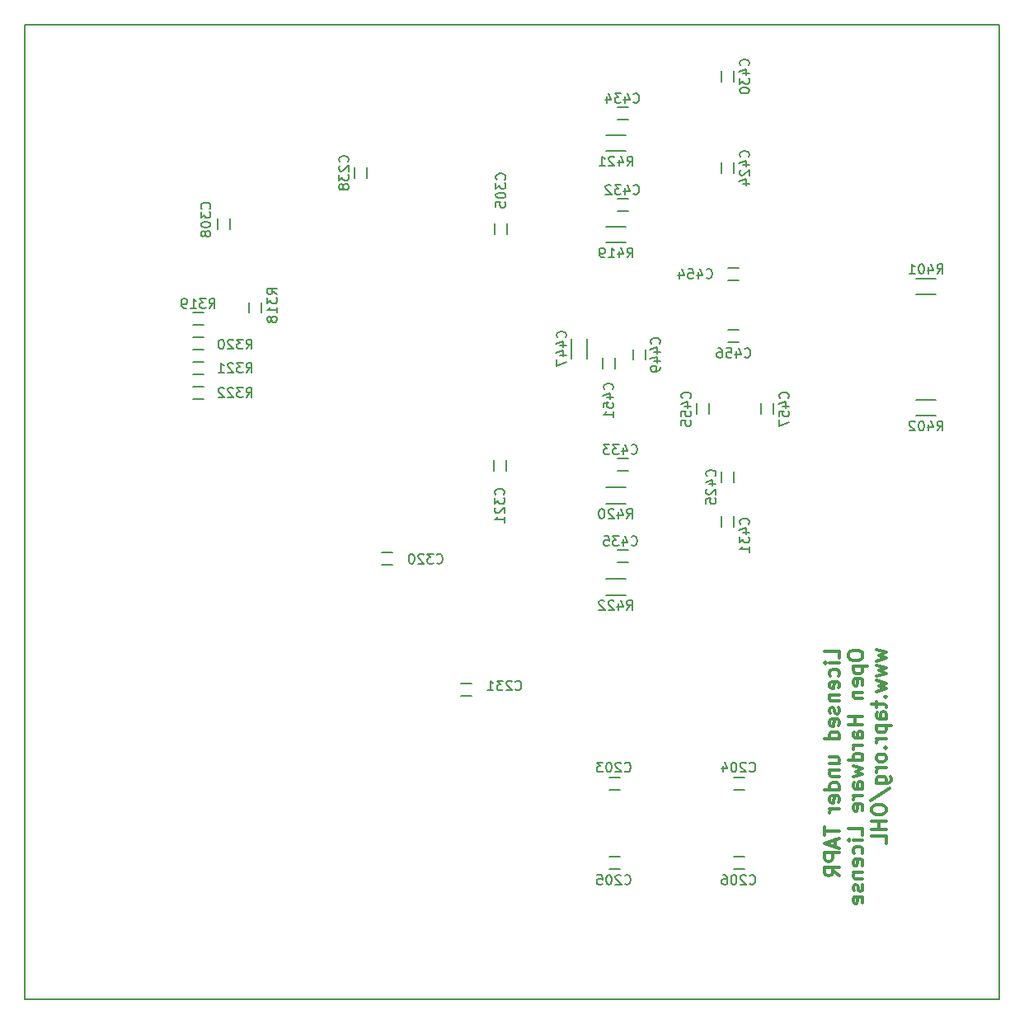
<source format=gbo>
G04 #@! TF.FileFunction,Legend,Bot*
%FSLAX46Y46*%
G04 Gerber Fmt 4.6, Leading zero omitted, Abs format (unit mm)*
G04 Created by KiCad (PCBNEW 4.0.2-stable) date 01/07/2016 11:06:50*
%MOMM*%
G01*
G04 APERTURE LIST*
%ADD10C,0.100000*%
%ADD11C,0.150000*%
%ADD12C,0.300000*%
G04 APERTURE END LIST*
D10*
D11*
X100000000Y0D02*
X100000000Y100000000D01*
D12*
X83622571Y34996571D02*
X83622571Y35710857D01*
X82122571Y35710857D01*
X83622571Y34496571D02*
X82622571Y34496571D01*
X82122571Y34496571D02*
X82194000Y34568000D01*
X82265429Y34496571D01*
X82194000Y34425143D01*
X82122571Y34496571D01*
X82265429Y34496571D01*
X83551143Y33139428D02*
X83622571Y33282285D01*
X83622571Y33567999D01*
X83551143Y33710857D01*
X83479714Y33782285D01*
X83336857Y33853714D01*
X82908286Y33853714D01*
X82765429Y33782285D01*
X82694000Y33710857D01*
X82622571Y33567999D01*
X82622571Y33282285D01*
X82694000Y33139428D01*
X83551143Y31925143D02*
X83622571Y32068000D01*
X83622571Y32353714D01*
X83551143Y32496571D01*
X83408286Y32568000D01*
X82836857Y32568000D01*
X82694000Y32496571D01*
X82622571Y32353714D01*
X82622571Y32068000D01*
X82694000Y31925143D01*
X82836857Y31853714D01*
X82979714Y31853714D01*
X83122571Y32568000D01*
X82622571Y31210857D02*
X83622571Y31210857D01*
X82765429Y31210857D02*
X82694000Y31139429D01*
X82622571Y30996571D01*
X82622571Y30782286D01*
X82694000Y30639429D01*
X82836857Y30568000D01*
X83622571Y30568000D01*
X83551143Y29925143D02*
X83622571Y29782286D01*
X83622571Y29496571D01*
X83551143Y29353714D01*
X83408286Y29282286D01*
X83336857Y29282286D01*
X83194000Y29353714D01*
X83122571Y29496571D01*
X83122571Y29710857D01*
X83051143Y29853714D01*
X82908286Y29925143D01*
X82836857Y29925143D01*
X82694000Y29853714D01*
X82622571Y29710857D01*
X82622571Y29496571D01*
X82694000Y29353714D01*
X83551143Y28068000D02*
X83622571Y28210857D01*
X83622571Y28496571D01*
X83551143Y28639428D01*
X83408286Y28710857D01*
X82836857Y28710857D01*
X82694000Y28639428D01*
X82622571Y28496571D01*
X82622571Y28210857D01*
X82694000Y28068000D01*
X82836857Y27996571D01*
X82979714Y27996571D01*
X83122571Y28710857D01*
X83622571Y26710857D02*
X82122571Y26710857D01*
X83551143Y26710857D02*
X83622571Y26853714D01*
X83622571Y27139428D01*
X83551143Y27282286D01*
X83479714Y27353714D01*
X83336857Y27425143D01*
X82908286Y27425143D01*
X82765429Y27353714D01*
X82694000Y27282286D01*
X82622571Y27139428D01*
X82622571Y26853714D01*
X82694000Y26710857D01*
X82622571Y24210857D02*
X83622571Y24210857D01*
X82622571Y24853714D02*
X83408286Y24853714D01*
X83551143Y24782286D01*
X83622571Y24639428D01*
X83622571Y24425143D01*
X83551143Y24282286D01*
X83479714Y24210857D01*
X82622571Y23496571D02*
X83622571Y23496571D01*
X82765429Y23496571D02*
X82694000Y23425143D01*
X82622571Y23282285D01*
X82622571Y23068000D01*
X82694000Y22925143D01*
X82836857Y22853714D01*
X83622571Y22853714D01*
X83622571Y21496571D02*
X82122571Y21496571D01*
X83551143Y21496571D02*
X83622571Y21639428D01*
X83622571Y21925142D01*
X83551143Y22068000D01*
X83479714Y22139428D01*
X83336857Y22210857D01*
X82908286Y22210857D01*
X82765429Y22139428D01*
X82694000Y22068000D01*
X82622571Y21925142D01*
X82622571Y21639428D01*
X82694000Y21496571D01*
X83551143Y20210857D02*
X83622571Y20353714D01*
X83622571Y20639428D01*
X83551143Y20782285D01*
X83408286Y20853714D01*
X82836857Y20853714D01*
X82694000Y20782285D01*
X82622571Y20639428D01*
X82622571Y20353714D01*
X82694000Y20210857D01*
X82836857Y20139428D01*
X82979714Y20139428D01*
X83122571Y20853714D01*
X83622571Y19496571D02*
X82622571Y19496571D01*
X82908286Y19496571D02*
X82765429Y19425143D01*
X82694000Y19353714D01*
X82622571Y19210857D01*
X82622571Y19068000D01*
X82122571Y17639429D02*
X82122571Y16782286D01*
X83622571Y17210857D02*
X82122571Y17210857D01*
X83194000Y16353715D02*
X83194000Y15639429D01*
X83622571Y16496572D02*
X82122571Y15996572D01*
X83622571Y15496572D01*
X83622571Y14996572D02*
X82122571Y14996572D01*
X82122571Y14425144D01*
X82194000Y14282286D01*
X82265429Y14210858D01*
X82408286Y14139429D01*
X82622571Y14139429D01*
X82765429Y14210858D01*
X82836857Y14282286D01*
X82908286Y14425144D01*
X82908286Y14996572D01*
X83622571Y12639429D02*
X82908286Y13139429D01*
X83622571Y13496572D02*
X82122571Y13496572D01*
X82122571Y12925144D01*
X82194000Y12782286D01*
X82265429Y12710858D01*
X82408286Y12639429D01*
X82622571Y12639429D01*
X82765429Y12710858D01*
X82836857Y12782286D01*
X82908286Y12925144D01*
X82908286Y13496572D01*
X84522571Y35425143D02*
X84522571Y35139429D01*
X84594000Y34996571D01*
X84736857Y34853714D01*
X85022571Y34782286D01*
X85522571Y34782286D01*
X85808286Y34853714D01*
X85951143Y34996571D01*
X86022571Y35139429D01*
X86022571Y35425143D01*
X85951143Y35568000D01*
X85808286Y35710857D01*
X85522571Y35782286D01*
X85022571Y35782286D01*
X84736857Y35710857D01*
X84594000Y35568000D01*
X84522571Y35425143D01*
X85022571Y34139428D02*
X86522571Y34139428D01*
X85094000Y34139428D02*
X85022571Y33996571D01*
X85022571Y33710857D01*
X85094000Y33568000D01*
X85165429Y33496571D01*
X85308286Y33425142D01*
X85736857Y33425142D01*
X85879714Y33496571D01*
X85951143Y33568000D01*
X86022571Y33710857D01*
X86022571Y33996571D01*
X85951143Y34139428D01*
X85951143Y32210857D02*
X86022571Y32353714D01*
X86022571Y32639428D01*
X85951143Y32782285D01*
X85808286Y32853714D01*
X85236857Y32853714D01*
X85094000Y32782285D01*
X85022571Y32639428D01*
X85022571Y32353714D01*
X85094000Y32210857D01*
X85236857Y32139428D01*
X85379714Y32139428D01*
X85522571Y32853714D01*
X85022571Y31496571D02*
X86022571Y31496571D01*
X85165429Y31496571D02*
X85094000Y31425143D01*
X85022571Y31282285D01*
X85022571Y31068000D01*
X85094000Y30925143D01*
X85236857Y30853714D01*
X86022571Y30853714D01*
X86022571Y28996571D02*
X84522571Y28996571D01*
X85236857Y28996571D02*
X85236857Y28139428D01*
X86022571Y28139428D02*
X84522571Y28139428D01*
X86022571Y26782285D02*
X85236857Y26782285D01*
X85094000Y26853714D01*
X85022571Y26996571D01*
X85022571Y27282285D01*
X85094000Y27425142D01*
X85951143Y26782285D02*
X86022571Y26925142D01*
X86022571Y27282285D01*
X85951143Y27425142D01*
X85808286Y27496571D01*
X85665429Y27496571D01*
X85522571Y27425142D01*
X85451143Y27282285D01*
X85451143Y26925142D01*
X85379714Y26782285D01*
X86022571Y26067999D02*
X85022571Y26067999D01*
X85308286Y26067999D02*
X85165429Y25996571D01*
X85094000Y25925142D01*
X85022571Y25782285D01*
X85022571Y25639428D01*
X86022571Y24496571D02*
X84522571Y24496571D01*
X85951143Y24496571D02*
X86022571Y24639428D01*
X86022571Y24925142D01*
X85951143Y25068000D01*
X85879714Y25139428D01*
X85736857Y25210857D01*
X85308286Y25210857D01*
X85165429Y25139428D01*
X85094000Y25068000D01*
X85022571Y24925142D01*
X85022571Y24639428D01*
X85094000Y24496571D01*
X85022571Y23925142D02*
X86022571Y23639428D01*
X85308286Y23353714D01*
X86022571Y23067999D01*
X85022571Y22782285D01*
X86022571Y21567999D02*
X85236857Y21567999D01*
X85094000Y21639428D01*
X85022571Y21782285D01*
X85022571Y22067999D01*
X85094000Y22210856D01*
X85951143Y21567999D02*
X86022571Y21710856D01*
X86022571Y22067999D01*
X85951143Y22210856D01*
X85808286Y22282285D01*
X85665429Y22282285D01*
X85522571Y22210856D01*
X85451143Y22067999D01*
X85451143Y21710856D01*
X85379714Y21567999D01*
X86022571Y20853713D02*
X85022571Y20853713D01*
X85308286Y20853713D02*
X85165429Y20782285D01*
X85094000Y20710856D01*
X85022571Y20567999D01*
X85022571Y20425142D01*
X85951143Y19353714D02*
X86022571Y19496571D01*
X86022571Y19782285D01*
X85951143Y19925142D01*
X85808286Y19996571D01*
X85236857Y19996571D01*
X85094000Y19925142D01*
X85022571Y19782285D01*
X85022571Y19496571D01*
X85094000Y19353714D01*
X85236857Y19282285D01*
X85379714Y19282285D01*
X85522571Y19996571D01*
X86022571Y16782285D02*
X86022571Y17496571D01*
X84522571Y17496571D01*
X86022571Y16282285D02*
X85022571Y16282285D01*
X84522571Y16282285D02*
X84594000Y16353714D01*
X84665429Y16282285D01*
X84594000Y16210857D01*
X84522571Y16282285D01*
X84665429Y16282285D01*
X85951143Y14925142D02*
X86022571Y15067999D01*
X86022571Y15353713D01*
X85951143Y15496571D01*
X85879714Y15567999D01*
X85736857Y15639428D01*
X85308286Y15639428D01*
X85165429Y15567999D01*
X85094000Y15496571D01*
X85022571Y15353713D01*
X85022571Y15067999D01*
X85094000Y14925142D01*
X85951143Y13710857D02*
X86022571Y13853714D01*
X86022571Y14139428D01*
X85951143Y14282285D01*
X85808286Y14353714D01*
X85236857Y14353714D01*
X85094000Y14282285D01*
X85022571Y14139428D01*
X85022571Y13853714D01*
X85094000Y13710857D01*
X85236857Y13639428D01*
X85379714Y13639428D01*
X85522571Y14353714D01*
X85022571Y12996571D02*
X86022571Y12996571D01*
X85165429Y12996571D02*
X85094000Y12925143D01*
X85022571Y12782285D01*
X85022571Y12568000D01*
X85094000Y12425143D01*
X85236857Y12353714D01*
X86022571Y12353714D01*
X85951143Y11710857D02*
X86022571Y11568000D01*
X86022571Y11282285D01*
X85951143Y11139428D01*
X85808286Y11068000D01*
X85736857Y11068000D01*
X85594000Y11139428D01*
X85522571Y11282285D01*
X85522571Y11496571D01*
X85451143Y11639428D01*
X85308286Y11710857D01*
X85236857Y11710857D01*
X85094000Y11639428D01*
X85022571Y11496571D01*
X85022571Y11282285D01*
X85094000Y11139428D01*
X85951143Y9853714D02*
X86022571Y9996571D01*
X86022571Y10282285D01*
X85951143Y10425142D01*
X85808286Y10496571D01*
X85236857Y10496571D01*
X85094000Y10425142D01*
X85022571Y10282285D01*
X85022571Y9996571D01*
X85094000Y9853714D01*
X85236857Y9782285D01*
X85379714Y9782285D01*
X85522571Y10496571D01*
X87422571Y35853714D02*
X88422571Y35568000D01*
X87708286Y35282286D01*
X88422571Y34996571D01*
X87422571Y34710857D01*
X87422571Y34282285D02*
X88422571Y33996571D01*
X87708286Y33710857D01*
X88422571Y33425142D01*
X87422571Y33139428D01*
X87422571Y32710856D02*
X88422571Y32425142D01*
X87708286Y32139428D01*
X88422571Y31853713D01*
X87422571Y31567999D01*
X88279714Y30996570D02*
X88351143Y30925142D01*
X88422571Y30996570D01*
X88351143Y31067999D01*
X88279714Y30996570D01*
X88422571Y30996570D01*
X87422571Y30496570D02*
X87422571Y29925141D01*
X86922571Y30282284D02*
X88208286Y30282284D01*
X88351143Y30210856D01*
X88422571Y30067998D01*
X88422571Y29925141D01*
X88422571Y28782284D02*
X87636857Y28782284D01*
X87494000Y28853713D01*
X87422571Y28996570D01*
X87422571Y29282284D01*
X87494000Y29425141D01*
X88351143Y28782284D02*
X88422571Y28925141D01*
X88422571Y29282284D01*
X88351143Y29425141D01*
X88208286Y29496570D01*
X88065429Y29496570D01*
X87922571Y29425141D01*
X87851143Y29282284D01*
X87851143Y28925141D01*
X87779714Y28782284D01*
X87422571Y28067998D02*
X88922571Y28067998D01*
X87494000Y28067998D02*
X87422571Y27925141D01*
X87422571Y27639427D01*
X87494000Y27496570D01*
X87565429Y27425141D01*
X87708286Y27353712D01*
X88136857Y27353712D01*
X88279714Y27425141D01*
X88351143Y27496570D01*
X88422571Y27639427D01*
X88422571Y27925141D01*
X88351143Y28067998D01*
X88422571Y26710855D02*
X87422571Y26710855D01*
X87708286Y26710855D02*
X87565429Y26639427D01*
X87494000Y26567998D01*
X87422571Y26425141D01*
X87422571Y26282284D01*
X88279714Y25782284D02*
X88351143Y25710856D01*
X88422571Y25782284D01*
X88351143Y25853713D01*
X88279714Y25782284D01*
X88422571Y25782284D01*
X88422571Y24853712D02*
X88351143Y24996570D01*
X88279714Y25067998D01*
X88136857Y25139427D01*
X87708286Y25139427D01*
X87565429Y25067998D01*
X87494000Y24996570D01*
X87422571Y24853712D01*
X87422571Y24639427D01*
X87494000Y24496570D01*
X87565429Y24425141D01*
X87708286Y24353712D01*
X88136857Y24353712D01*
X88279714Y24425141D01*
X88351143Y24496570D01*
X88422571Y24639427D01*
X88422571Y24853712D01*
X88422571Y23710855D02*
X87422571Y23710855D01*
X87708286Y23710855D02*
X87565429Y23639427D01*
X87494000Y23567998D01*
X87422571Y23425141D01*
X87422571Y23282284D01*
X87422571Y22139427D02*
X88636857Y22139427D01*
X88779714Y22210856D01*
X88851143Y22282284D01*
X88922571Y22425141D01*
X88922571Y22639427D01*
X88851143Y22782284D01*
X88351143Y22139427D02*
X88422571Y22282284D01*
X88422571Y22567998D01*
X88351143Y22710856D01*
X88279714Y22782284D01*
X88136857Y22853713D01*
X87708286Y22853713D01*
X87565429Y22782284D01*
X87494000Y22710856D01*
X87422571Y22567998D01*
X87422571Y22282284D01*
X87494000Y22139427D01*
X86851143Y20353713D02*
X88779714Y21639427D01*
X86922571Y19567998D02*
X86922571Y19282284D01*
X86994000Y19139426D01*
X87136857Y18996569D01*
X87422571Y18925141D01*
X87922571Y18925141D01*
X88208286Y18996569D01*
X88351143Y19139426D01*
X88422571Y19282284D01*
X88422571Y19567998D01*
X88351143Y19710855D01*
X88208286Y19853712D01*
X87922571Y19925141D01*
X87422571Y19925141D01*
X87136857Y19853712D01*
X86994000Y19710855D01*
X86922571Y19567998D01*
X88422571Y18282283D02*
X86922571Y18282283D01*
X87636857Y18282283D02*
X87636857Y17425140D01*
X88422571Y17425140D02*
X86922571Y17425140D01*
X88422571Y15996568D02*
X88422571Y16710854D01*
X86922571Y16710854D01*
D11*
X100000000Y0D02*
X0Y0D01*
X0Y100000000D02*
X100000000Y100000000D01*
X0Y0D02*
X0Y100000000D01*
X60536000Y22733000D02*
X60002600Y22733000D01*
X60536000Y22733000D02*
X61069400Y22733000D01*
X60536000Y21463000D02*
X60002600Y21463000D01*
X60536000Y21463000D02*
X61069400Y21463000D01*
X73322000Y22733000D02*
X72788600Y22733000D01*
X73322000Y22733000D02*
X73855400Y22733000D01*
X73322000Y21463000D02*
X72788600Y21463000D01*
X73322000Y21463000D02*
X73855400Y21463000D01*
X60536000Y14605000D02*
X60002600Y14605000D01*
X60536000Y14605000D02*
X61069400Y14605000D01*
X60536000Y13335000D02*
X60002600Y13335000D01*
X60536000Y13335000D02*
X61069400Y13335000D01*
X73322000Y14605000D02*
X72788600Y14605000D01*
X73322000Y14605000D02*
X73855400Y14605000D01*
X73322000Y13335000D02*
X72788600Y13335000D01*
X73322000Y13335000D02*
X73855400Y13335000D01*
X45296000Y32385000D02*
X44762600Y32385000D01*
X45296000Y32385000D02*
X45829400Y32385000D01*
X45296000Y31115000D02*
X44762600Y31115000D01*
X45296000Y31115000D02*
X45829400Y31115000D01*
X19812000Y79586000D02*
X19812000Y79052600D01*
X19812000Y79586000D02*
X19812000Y80119400D01*
X21082000Y79586000D02*
X21082000Y79052600D01*
X21082000Y79586000D02*
X21082000Y80119400D01*
X37168000Y45847000D02*
X36634600Y45847000D01*
X37168000Y45847000D02*
X37701400Y45847000D01*
X37168000Y44577000D02*
X36634600Y44577000D01*
X37168000Y44577000D02*
X37701400Y44577000D01*
X48260000Y79078000D02*
X48260000Y78544600D01*
X48260000Y79078000D02*
X48260000Y79611400D01*
X49530000Y79078000D02*
X49530000Y78544600D01*
X49530000Y79078000D02*
X49530000Y79611400D01*
X49403000Y54780000D02*
X49403000Y55313400D01*
X49403000Y54780000D02*
X49403000Y54246600D01*
X48133000Y54780000D02*
X48133000Y55313400D01*
X48133000Y54780000D02*
X48133000Y54246600D01*
X17779000Y69214500D02*
X18312400Y69214500D01*
X17779000Y69214500D02*
X17245600Y69214500D01*
X17779000Y70484500D02*
X18312400Y70484500D01*
X17779000Y70484500D02*
X17245600Y70484500D01*
X17780000Y66675000D02*
X18313400Y66675000D01*
X17780000Y66675000D02*
X17246600Y66675000D01*
X17780000Y67945000D02*
X18313400Y67945000D01*
X17780000Y67945000D02*
X17246600Y67945000D01*
X17780000Y64135000D02*
X18313400Y64135000D01*
X17780000Y64135000D02*
X17246600Y64135000D01*
X17780000Y65405000D02*
X18313400Y65405000D01*
X17780000Y65405000D02*
X17246600Y65405000D01*
X17780000Y61595000D02*
X18313400Y61595000D01*
X17780000Y61595000D02*
X17246600Y61595000D01*
X17780000Y62865000D02*
X18313400Y62865000D01*
X17780000Y62865000D02*
X17246600Y62865000D01*
X35061160Y84860900D02*
X35061160Y85394300D01*
X35061160Y84860900D02*
X35061160Y84327500D01*
X33791160Y84860900D02*
X33791160Y85394300D01*
X33791160Y84860900D02*
X33791160Y84327500D01*
X22986000Y70992500D02*
X22986000Y70459100D01*
X22986000Y70992500D02*
X22986000Y71525900D01*
X24256000Y70992500D02*
X24256000Y70459100D01*
X24256000Y70992500D02*
X24256000Y71525900D01*
X71501000Y85344000D02*
X71501000Y84810600D01*
X71501000Y85344000D02*
X71501000Y85877400D01*
X72771000Y85344000D02*
X72771000Y84810600D01*
X72771000Y85344000D02*
X72771000Y85877400D01*
X72771000Y53594000D02*
X72771000Y54127400D01*
X72771000Y53594000D02*
X72771000Y53060600D01*
X71501000Y53594000D02*
X71501000Y54127400D01*
X71501000Y53594000D02*
X71501000Y53060600D01*
X71501000Y94742000D02*
X71501000Y94208600D01*
X71501000Y94742000D02*
X71501000Y95275400D01*
X72771000Y94742000D02*
X72771000Y94208600D01*
X72771000Y94742000D02*
X72771000Y95275400D01*
X71501000Y49022000D02*
X71501000Y48488600D01*
X71501000Y49022000D02*
X71501000Y49555400D01*
X72771000Y49022000D02*
X72771000Y48488600D01*
X72771000Y49022000D02*
X72771000Y49555400D01*
X61384000Y80899000D02*
X61917400Y80899000D01*
X61384000Y80899000D02*
X60850600Y80899000D01*
X61384000Y82169000D02*
X61917400Y82169000D01*
X61384000Y82169000D02*
X60850600Y82169000D01*
X61384000Y54229000D02*
X61917400Y54229000D01*
X61384000Y54229000D02*
X60850600Y54229000D01*
X61384000Y55499000D02*
X61917400Y55499000D01*
X61384000Y55499000D02*
X60850600Y55499000D01*
X61384000Y90297000D02*
X61917400Y90297000D01*
X61384000Y90297000D02*
X60850600Y90297000D01*
X61384000Y91567000D02*
X61917400Y91567000D01*
X61384000Y91567000D02*
X60850600Y91567000D01*
X61384000Y44831000D02*
X61917400Y44831000D01*
X61384000Y44831000D02*
X60850600Y44831000D01*
X61384000Y46101000D02*
X61917400Y46101000D01*
X61384000Y46101000D02*
X60850600Y46101000D01*
X56083200Y66802000D02*
X56083200Y65786000D01*
X56083200Y66802000D02*
X56083200Y67818000D01*
X57708800Y66802000D02*
X57708800Y67818000D01*
X57708800Y66802000D02*
X57708800Y65786000D01*
X62484000Y66167000D02*
X62484000Y65633600D01*
X62484000Y66167000D02*
X62484000Y66700400D01*
X63754000Y66167000D02*
X63754000Y65633600D01*
X63754000Y66167000D02*
X63754000Y66700400D01*
X59309000Y65278000D02*
X59309000Y64744600D01*
X59309000Y65278000D02*
X59309000Y65811400D01*
X60579000Y65278000D02*
X60579000Y64744600D01*
X60579000Y65278000D02*
X60579000Y65811400D01*
X72728000Y75057000D02*
X72194600Y75057000D01*
X72728000Y75057000D02*
X73261400Y75057000D01*
X72728000Y73787000D02*
X72194600Y73787000D01*
X72728000Y73787000D02*
X73261400Y73787000D01*
X70231000Y60622000D02*
X70231000Y61155400D01*
X70231000Y60622000D02*
X70231000Y60088600D01*
X68961000Y60622000D02*
X68961000Y61155400D01*
X68961000Y60622000D02*
X68961000Y60088600D01*
X72728000Y68707000D02*
X72194600Y68707000D01*
X72728000Y68707000D02*
X73261400Y68707000D01*
X72728000Y67437000D02*
X72194600Y67437000D01*
X72728000Y67437000D02*
X73261400Y67437000D01*
X76835000Y60622000D02*
X76835000Y61155400D01*
X76835000Y60622000D02*
X76835000Y60088600D01*
X75565000Y60622000D02*
X75565000Y61155400D01*
X75565000Y60622000D02*
X75565000Y60088600D01*
X92534000Y72339200D02*
X93550000Y72339200D01*
X92534000Y72339200D02*
X91518000Y72339200D01*
X92534000Y73964800D02*
X91518000Y73964800D01*
X92534000Y73964800D02*
X93550000Y73964800D01*
X92534000Y59893200D02*
X93550000Y59893200D01*
X92534000Y59893200D02*
X91518000Y59893200D01*
X92534000Y61518800D02*
X91518000Y61518800D01*
X92534000Y61518800D02*
X93550000Y61518800D01*
X60706000Y79298800D02*
X59690000Y79298800D01*
X60706000Y79298800D02*
X61722000Y79298800D01*
X60706000Y77673200D02*
X61722000Y77673200D01*
X60706000Y77673200D02*
X59690000Y77673200D01*
X60657000Y52501800D02*
X59641000Y52501800D01*
X60657000Y52501800D02*
X61673000Y52501800D01*
X60657000Y50876200D02*
X61673000Y50876200D01*
X60657000Y50876200D02*
X59641000Y50876200D01*
X60706000Y88696800D02*
X59690000Y88696800D01*
X60706000Y88696800D02*
X61722000Y88696800D01*
X60706000Y87071200D02*
X61722000Y87071200D01*
X60706000Y87071200D02*
X59690000Y87071200D01*
X60657000Y43103800D02*
X59641000Y43103800D01*
X60657000Y43103800D02*
X61673000Y43103800D01*
X60657000Y41478200D02*
X61673000Y41478200D01*
X60657000Y41478200D02*
X59641000Y41478200D01*
X61571047Y23391857D02*
X61618666Y23344238D01*
X61761523Y23296619D01*
X61856761Y23296619D01*
X61999619Y23344238D01*
X62094857Y23439476D01*
X62142476Y23534714D01*
X62190095Y23725190D01*
X62190095Y23868048D01*
X62142476Y24058524D01*
X62094857Y24153762D01*
X61999619Y24249000D01*
X61856761Y24296619D01*
X61761523Y24296619D01*
X61618666Y24249000D01*
X61571047Y24201381D01*
X61190095Y24201381D02*
X61142476Y24249000D01*
X61047238Y24296619D01*
X60809142Y24296619D01*
X60713904Y24249000D01*
X60666285Y24201381D01*
X60618666Y24106143D01*
X60618666Y24010905D01*
X60666285Y23868048D01*
X61237714Y23296619D01*
X60618666Y23296619D01*
X59999619Y24296619D02*
X59904380Y24296619D01*
X59809142Y24249000D01*
X59761523Y24201381D01*
X59713904Y24106143D01*
X59666285Y23915667D01*
X59666285Y23677571D01*
X59713904Y23487095D01*
X59761523Y23391857D01*
X59809142Y23344238D01*
X59904380Y23296619D01*
X59999619Y23296619D01*
X60094857Y23344238D01*
X60142476Y23391857D01*
X60190095Y23487095D01*
X60237714Y23677571D01*
X60237714Y23915667D01*
X60190095Y24106143D01*
X60142476Y24201381D01*
X60094857Y24249000D01*
X59999619Y24296619D01*
X59332952Y24296619D02*
X58713904Y24296619D01*
X59047238Y23915667D01*
X58904380Y23915667D01*
X58809142Y23868048D01*
X58761523Y23820429D01*
X58713904Y23725190D01*
X58713904Y23487095D01*
X58761523Y23391857D01*
X58809142Y23344238D01*
X58904380Y23296619D01*
X59190095Y23296619D01*
X59285333Y23344238D01*
X59332952Y23391857D01*
X74398047Y23391857D02*
X74445666Y23344238D01*
X74588523Y23296619D01*
X74683761Y23296619D01*
X74826619Y23344238D01*
X74921857Y23439476D01*
X74969476Y23534714D01*
X75017095Y23725190D01*
X75017095Y23868048D01*
X74969476Y24058524D01*
X74921857Y24153762D01*
X74826619Y24249000D01*
X74683761Y24296619D01*
X74588523Y24296619D01*
X74445666Y24249000D01*
X74398047Y24201381D01*
X74017095Y24201381D02*
X73969476Y24249000D01*
X73874238Y24296619D01*
X73636142Y24296619D01*
X73540904Y24249000D01*
X73493285Y24201381D01*
X73445666Y24106143D01*
X73445666Y24010905D01*
X73493285Y23868048D01*
X74064714Y23296619D01*
X73445666Y23296619D01*
X72826619Y24296619D02*
X72731380Y24296619D01*
X72636142Y24249000D01*
X72588523Y24201381D01*
X72540904Y24106143D01*
X72493285Y23915667D01*
X72493285Y23677571D01*
X72540904Y23487095D01*
X72588523Y23391857D01*
X72636142Y23344238D01*
X72731380Y23296619D01*
X72826619Y23296619D01*
X72921857Y23344238D01*
X72969476Y23391857D01*
X73017095Y23487095D01*
X73064714Y23677571D01*
X73064714Y23915667D01*
X73017095Y24106143D01*
X72969476Y24201381D01*
X72921857Y24249000D01*
X72826619Y24296619D01*
X71636142Y23963286D02*
X71636142Y23296619D01*
X71874238Y24344238D02*
X72112333Y23629952D01*
X71493285Y23629952D01*
X61571047Y11834857D02*
X61618666Y11787238D01*
X61761523Y11739619D01*
X61856761Y11739619D01*
X61999619Y11787238D01*
X62094857Y11882476D01*
X62142476Y11977714D01*
X62190095Y12168190D01*
X62190095Y12311048D01*
X62142476Y12501524D01*
X62094857Y12596762D01*
X61999619Y12692000D01*
X61856761Y12739619D01*
X61761523Y12739619D01*
X61618666Y12692000D01*
X61571047Y12644381D01*
X61190095Y12644381D02*
X61142476Y12692000D01*
X61047238Y12739619D01*
X60809142Y12739619D01*
X60713904Y12692000D01*
X60666285Y12644381D01*
X60618666Y12549143D01*
X60618666Y12453905D01*
X60666285Y12311048D01*
X61237714Y11739619D01*
X60618666Y11739619D01*
X59999619Y12739619D02*
X59904380Y12739619D01*
X59809142Y12692000D01*
X59761523Y12644381D01*
X59713904Y12549143D01*
X59666285Y12358667D01*
X59666285Y12120571D01*
X59713904Y11930095D01*
X59761523Y11834857D01*
X59809142Y11787238D01*
X59904380Y11739619D01*
X59999619Y11739619D01*
X60094857Y11787238D01*
X60142476Y11834857D01*
X60190095Y11930095D01*
X60237714Y12120571D01*
X60237714Y12358667D01*
X60190095Y12549143D01*
X60142476Y12644381D01*
X60094857Y12692000D01*
X59999619Y12739619D01*
X58761523Y12739619D02*
X59237714Y12739619D01*
X59285333Y12263429D01*
X59237714Y12311048D01*
X59142476Y12358667D01*
X58904380Y12358667D01*
X58809142Y12311048D01*
X58761523Y12263429D01*
X58713904Y12168190D01*
X58713904Y11930095D01*
X58761523Y11834857D01*
X58809142Y11787238D01*
X58904380Y11739619D01*
X59142476Y11739619D01*
X59237714Y11787238D01*
X59285333Y11834857D01*
X74398047Y11834857D02*
X74445666Y11787238D01*
X74588523Y11739619D01*
X74683761Y11739619D01*
X74826619Y11787238D01*
X74921857Y11882476D01*
X74969476Y11977714D01*
X75017095Y12168190D01*
X75017095Y12311048D01*
X74969476Y12501524D01*
X74921857Y12596762D01*
X74826619Y12692000D01*
X74683761Y12739619D01*
X74588523Y12739619D01*
X74445666Y12692000D01*
X74398047Y12644381D01*
X74017095Y12644381D02*
X73969476Y12692000D01*
X73874238Y12739619D01*
X73636142Y12739619D01*
X73540904Y12692000D01*
X73493285Y12644381D01*
X73445666Y12549143D01*
X73445666Y12453905D01*
X73493285Y12311048D01*
X74064714Y11739619D01*
X73445666Y11739619D01*
X72826619Y12739619D02*
X72731380Y12739619D01*
X72636142Y12692000D01*
X72588523Y12644381D01*
X72540904Y12549143D01*
X72493285Y12358667D01*
X72493285Y12120571D01*
X72540904Y11930095D01*
X72588523Y11834857D01*
X72636142Y11787238D01*
X72731380Y11739619D01*
X72826619Y11739619D01*
X72921857Y11787238D01*
X72969476Y11834857D01*
X73017095Y11930095D01*
X73064714Y12120571D01*
X73064714Y12358667D01*
X73017095Y12549143D01*
X72969476Y12644381D01*
X72921857Y12692000D01*
X72826619Y12739619D01*
X71636142Y12739619D02*
X71826619Y12739619D01*
X71921857Y12692000D01*
X71969476Y12644381D01*
X72064714Y12501524D01*
X72112333Y12311048D01*
X72112333Y11930095D01*
X72064714Y11834857D01*
X72017095Y11787238D01*
X71921857Y11739619D01*
X71731380Y11739619D01*
X71636142Y11787238D01*
X71588523Y11834857D01*
X71540904Y11930095D01*
X71540904Y12168190D01*
X71588523Y12263429D01*
X71636142Y12311048D01*
X71731380Y12358667D01*
X71921857Y12358667D01*
X72017095Y12311048D01*
X72064714Y12263429D01*
X72112333Y12168190D01*
X50353047Y31774357D02*
X50400666Y31726738D01*
X50543523Y31679119D01*
X50638761Y31679119D01*
X50781619Y31726738D01*
X50876857Y31821976D01*
X50924476Y31917214D01*
X50972095Y32107690D01*
X50972095Y32250548D01*
X50924476Y32441024D01*
X50876857Y32536262D01*
X50781619Y32631500D01*
X50638761Y32679119D01*
X50543523Y32679119D01*
X50400666Y32631500D01*
X50353047Y32583881D01*
X49972095Y32583881D02*
X49924476Y32631500D01*
X49829238Y32679119D01*
X49591142Y32679119D01*
X49495904Y32631500D01*
X49448285Y32583881D01*
X49400666Y32488643D01*
X49400666Y32393405D01*
X49448285Y32250548D01*
X50019714Y31679119D01*
X49400666Y31679119D01*
X49067333Y32679119D02*
X48448285Y32679119D01*
X48781619Y32298167D01*
X48638761Y32298167D01*
X48543523Y32250548D01*
X48495904Y32202929D01*
X48448285Y32107690D01*
X48448285Y31869595D01*
X48495904Y31774357D01*
X48543523Y31726738D01*
X48638761Y31679119D01*
X48924476Y31679119D01*
X49019714Y31726738D01*
X49067333Y31774357D01*
X47495904Y31679119D02*
X48067333Y31679119D01*
X47781619Y31679119D02*
X47781619Y32679119D01*
X47876857Y32536262D01*
X47972095Y32441024D01*
X48067333Y32393405D01*
X18948943Y81136347D02*
X18996562Y81183966D01*
X19044181Y81326823D01*
X19044181Y81422061D01*
X18996562Y81564919D01*
X18901324Y81660157D01*
X18806086Y81707776D01*
X18615610Y81755395D01*
X18472752Y81755395D01*
X18282276Y81707776D01*
X18187038Y81660157D01*
X18091800Y81564919D01*
X18044181Y81422061D01*
X18044181Y81326823D01*
X18091800Y81183966D01*
X18139419Y81136347D01*
X18044181Y80803014D02*
X18044181Y80183966D01*
X18425133Y80517300D01*
X18425133Y80374442D01*
X18472752Y80279204D01*
X18520371Y80231585D01*
X18615610Y80183966D01*
X18853705Y80183966D01*
X18948943Y80231585D01*
X18996562Y80279204D01*
X19044181Y80374442D01*
X19044181Y80660157D01*
X18996562Y80755395D01*
X18948943Y80803014D01*
X18044181Y79564919D02*
X18044181Y79469680D01*
X18091800Y79374442D01*
X18139419Y79326823D01*
X18234657Y79279204D01*
X18425133Y79231585D01*
X18663229Y79231585D01*
X18853705Y79279204D01*
X18948943Y79326823D01*
X18996562Y79374442D01*
X19044181Y79469680D01*
X19044181Y79564919D01*
X18996562Y79660157D01*
X18948943Y79707776D01*
X18853705Y79755395D01*
X18663229Y79803014D01*
X18425133Y79803014D01*
X18234657Y79755395D01*
X18139419Y79707776D01*
X18091800Y79660157D01*
X18044181Y79564919D01*
X18472752Y78660157D02*
X18425133Y78755395D01*
X18377514Y78803014D01*
X18282276Y78850633D01*
X18234657Y78850633D01*
X18139419Y78803014D01*
X18091800Y78755395D01*
X18044181Y78660157D01*
X18044181Y78469680D01*
X18091800Y78374442D01*
X18139419Y78326823D01*
X18234657Y78279204D01*
X18282276Y78279204D01*
X18377514Y78326823D01*
X18425133Y78374442D01*
X18472752Y78469680D01*
X18472752Y78660157D01*
X18520371Y78755395D01*
X18567990Y78803014D01*
X18663229Y78850633D01*
X18853705Y78850633D01*
X18948943Y78803014D01*
X18996562Y78755395D01*
X19044181Y78660157D01*
X19044181Y78469680D01*
X18996562Y78374442D01*
X18948943Y78326823D01*
X18853705Y78279204D01*
X18663229Y78279204D01*
X18567990Y78326823D01*
X18520371Y78374442D01*
X18472752Y78469680D01*
X42255747Y44783347D02*
X42303366Y44735728D01*
X42446223Y44688109D01*
X42541461Y44688109D01*
X42684319Y44735728D01*
X42779557Y44830966D01*
X42827176Y44926204D01*
X42874795Y45116680D01*
X42874795Y45259538D01*
X42827176Y45450014D01*
X42779557Y45545252D01*
X42684319Y45640490D01*
X42541461Y45688109D01*
X42446223Y45688109D01*
X42303366Y45640490D01*
X42255747Y45592871D01*
X41922414Y45688109D02*
X41303366Y45688109D01*
X41636700Y45307157D01*
X41493842Y45307157D01*
X41398604Y45259538D01*
X41350985Y45211919D01*
X41303366Y45116680D01*
X41303366Y44878585D01*
X41350985Y44783347D01*
X41398604Y44735728D01*
X41493842Y44688109D01*
X41779557Y44688109D01*
X41874795Y44735728D01*
X41922414Y44783347D01*
X40922414Y45592871D02*
X40874795Y45640490D01*
X40779557Y45688109D01*
X40541461Y45688109D01*
X40446223Y45640490D01*
X40398604Y45592871D01*
X40350985Y45497633D01*
X40350985Y45402395D01*
X40398604Y45259538D01*
X40970033Y44688109D01*
X40350985Y44688109D01*
X39731938Y45688109D02*
X39636699Y45688109D01*
X39541461Y45640490D01*
X39493842Y45592871D01*
X39446223Y45497633D01*
X39398604Y45307157D01*
X39398604Y45069061D01*
X39446223Y44878585D01*
X39493842Y44783347D01*
X39541461Y44735728D01*
X39636699Y44688109D01*
X39731938Y44688109D01*
X39827176Y44735728D01*
X39874795Y44783347D01*
X39922414Y44878585D01*
X39970033Y45069061D01*
X39970033Y45307157D01*
X39922414Y45497633D01*
X39874795Y45592871D01*
X39827176Y45640490D01*
X39731938Y45688109D01*
X49252143Y84137047D02*
X49299762Y84184666D01*
X49347381Y84327523D01*
X49347381Y84422761D01*
X49299762Y84565619D01*
X49204524Y84660857D01*
X49109286Y84708476D01*
X48918810Y84756095D01*
X48775952Y84756095D01*
X48585476Y84708476D01*
X48490238Y84660857D01*
X48395000Y84565619D01*
X48347381Y84422761D01*
X48347381Y84327523D01*
X48395000Y84184666D01*
X48442619Y84137047D01*
X48347381Y83803714D02*
X48347381Y83184666D01*
X48728333Y83518000D01*
X48728333Y83375142D01*
X48775952Y83279904D01*
X48823571Y83232285D01*
X48918810Y83184666D01*
X49156905Y83184666D01*
X49252143Y83232285D01*
X49299762Y83279904D01*
X49347381Y83375142D01*
X49347381Y83660857D01*
X49299762Y83756095D01*
X49252143Y83803714D01*
X48347381Y82565619D02*
X48347381Y82470380D01*
X48395000Y82375142D01*
X48442619Y82327523D01*
X48537857Y82279904D01*
X48728333Y82232285D01*
X48966429Y82232285D01*
X49156905Y82279904D01*
X49252143Y82327523D01*
X49299762Y82375142D01*
X49347381Y82470380D01*
X49347381Y82565619D01*
X49299762Y82660857D01*
X49252143Y82708476D01*
X49156905Y82756095D01*
X48966429Y82803714D01*
X48728333Y82803714D01*
X48537857Y82756095D01*
X48442619Y82708476D01*
X48395000Y82660857D01*
X48347381Y82565619D01*
X48347381Y81327523D02*
X48347381Y81803714D01*
X48823571Y81851333D01*
X48775952Y81803714D01*
X48728333Y81708476D01*
X48728333Y81470380D01*
X48775952Y81375142D01*
X48823571Y81327523D01*
X48918810Y81279904D01*
X49156905Y81279904D01*
X49252143Y81327523D01*
X49299762Y81375142D01*
X49347381Y81470380D01*
X49347381Y81708476D01*
X49299762Y81803714D01*
X49252143Y81851333D01*
X49125143Y51792047D02*
X49172762Y51839666D01*
X49220381Y51982523D01*
X49220381Y52077761D01*
X49172762Y52220619D01*
X49077524Y52315857D01*
X48982286Y52363476D01*
X48791810Y52411095D01*
X48648952Y52411095D01*
X48458476Y52363476D01*
X48363238Y52315857D01*
X48268000Y52220619D01*
X48220381Y52077761D01*
X48220381Y51982523D01*
X48268000Y51839666D01*
X48315619Y51792047D01*
X48220381Y51458714D02*
X48220381Y50839666D01*
X48601333Y51173000D01*
X48601333Y51030142D01*
X48648952Y50934904D01*
X48696571Y50887285D01*
X48791810Y50839666D01*
X49029905Y50839666D01*
X49125143Y50887285D01*
X49172762Y50934904D01*
X49220381Y51030142D01*
X49220381Y51315857D01*
X49172762Y51411095D01*
X49125143Y51458714D01*
X48315619Y50458714D02*
X48268000Y50411095D01*
X48220381Y50315857D01*
X48220381Y50077761D01*
X48268000Y49982523D01*
X48315619Y49934904D01*
X48410857Y49887285D01*
X48506095Y49887285D01*
X48648952Y49934904D01*
X49220381Y50506333D01*
X49220381Y49887285D01*
X49220381Y48934904D02*
X49220381Y49506333D01*
X49220381Y49220619D02*
X48220381Y49220619D01*
X48363238Y49315857D01*
X48458476Y49411095D01*
X48506095Y49506333D01*
X18899047Y70921619D02*
X19232381Y71397810D01*
X19470476Y70921619D02*
X19470476Y71921619D01*
X19089523Y71921619D01*
X18994285Y71874000D01*
X18946666Y71826381D01*
X18899047Y71731143D01*
X18899047Y71588286D01*
X18946666Y71493048D01*
X18994285Y71445429D01*
X19089523Y71397810D01*
X19470476Y71397810D01*
X18565714Y71921619D02*
X17946666Y71921619D01*
X18280000Y71540667D01*
X18137142Y71540667D01*
X18041904Y71493048D01*
X17994285Y71445429D01*
X17946666Y71350190D01*
X17946666Y71112095D01*
X17994285Y71016857D01*
X18041904Y70969238D01*
X18137142Y70921619D01*
X18422857Y70921619D01*
X18518095Y70969238D01*
X18565714Y71016857D01*
X16994285Y70921619D02*
X17565714Y70921619D01*
X17280000Y70921619D02*
X17280000Y71921619D01*
X17375238Y71778762D01*
X17470476Y71683524D01*
X17565714Y71635905D01*
X16518095Y70921619D02*
X16327619Y70921619D01*
X16232380Y70969238D01*
X16184761Y71016857D01*
X16089523Y71159714D01*
X16041904Y71350190D01*
X16041904Y71731143D01*
X16089523Y71826381D01*
X16137142Y71874000D01*
X16232380Y71921619D01*
X16422857Y71921619D01*
X16518095Y71874000D01*
X16565714Y71826381D01*
X16613333Y71731143D01*
X16613333Y71493048D01*
X16565714Y71397810D01*
X16518095Y71350190D01*
X16422857Y71302571D01*
X16232380Y71302571D01*
X16137142Y71350190D01*
X16089523Y71397810D01*
X16041904Y71493048D01*
X22708047Y66730119D02*
X23041381Y67206310D01*
X23279476Y66730119D02*
X23279476Y67730119D01*
X22898523Y67730119D01*
X22803285Y67682500D01*
X22755666Y67634881D01*
X22708047Y67539643D01*
X22708047Y67396786D01*
X22755666Y67301548D01*
X22803285Y67253929D01*
X22898523Y67206310D01*
X23279476Y67206310D01*
X22374714Y67730119D02*
X21755666Y67730119D01*
X22089000Y67349167D01*
X21946142Y67349167D01*
X21850904Y67301548D01*
X21803285Y67253929D01*
X21755666Y67158690D01*
X21755666Y66920595D01*
X21803285Y66825357D01*
X21850904Y66777738D01*
X21946142Y66730119D01*
X22231857Y66730119D01*
X22327095Y66777738D01*
X22374714Y66825357D01*
X21374714Y67634881D02*
X21327095Y67682500D01*
X21231857Y67730119D01*
X20993761Y67730119D01*
X20898523Y67682500D01*
X20850904Y67634881D01*
X20803285Y67539643D01*
X20803285Y67444405D01*
X20850904Y67301548D01*
X21422333Y66730119D01*
X20803285Y66730119D01*
X20184238Y67730119D02*
X20088999Y67730119D01*
X19993761Y67682500D01*
X19946142Y67634881D01*
X19898523Y67539643D01*
X19850904Y67349167D01*
X19850904Y67111071D01*
X19898523Y66920595D01*
X19946142Y66825357D01*
X19993761Y66777738D01*
X20088999Y66730119D01*
X20184238Y66730119D01*
X20279476Y66777738D01*
X20327095Y66825357D01*
X20374714Y66920595D01*
X20422333Y67111071D01*
X20422333Y67349167D01*
X20374714Y67539643D01*
X20327095Y67634881D01*
X20279476Y67682500D01*
X20184238Y67730119D01*
X22708047Y64317119D02*
X23041381Y64793310D01*
X23279476Y64317119D02*
X23279476Y65317119D01*
X22898523Y65317119D01*
X22803285Y65269500D01*
X22755666Y65221881D01*
X22708047Y65126643D01*
X22708047Y64983786D01*
X22755666Y64888548D01*
X22803285Y64840929D01*
X22898523Y64793310D01*
X23279476Y64793310D01*
X22374714Y65317119D02*
X21755666Y65317119D01*
X22089000Y64936167D01*
X21946142Y64936167D01*
X21850904Y64888548D01*
X21803285Y64840929D01*
X21755666Y64745690D01*
X21755666Y64507595D01*
X21803285Y64412357D01*
X21850904Y64364738D01*
X21946142Y64317119D01*
X22231857Y64317119D01*
X22327095Y64364738D01*
X22374714Y64412357D01*
X21374714Y65221881D02*
X21327095Y65269500D01*
X21231857Y65317119D01*
X20993761Y65317119D01*
X20898523Y65269500D01*
X20850904Y65221881D01*
X20803285Y65126643D01*
X20803285Y65031405D01*
X20850904Y64888548D01*
X21422333Y64317119D01*
X20803285Y64317119D01*
X19850904Y64317119D02*
X20422333Y64317119D01*
X20136619Y64317119D02*
X20136619Y65317119D01*
X20231857Y65174262D01*
X20327095Y65079024D01*
X20422333Y65031405D01*
X22708047Y61777119D02*
X23041381Y62253310D01*
X23279476Y61777119D02*
X23279476Y62777119D01*
X22898523Y62777119D01*
X22803285Y62729500D01*
X22755666Y62681881D01*
X22708047Y62586643D01*
X22708047Y62443786D01*
X22755666Y62348548D01*
X22803285Y62300929D01*
X22898523Y62253310D01*
X23279476Y62253310D01*
X22374714Y62777119D02*
X21755666Y62777119D01*
X22089000Y62396167D01*
X21946142Y62396167D01*
X21850904Y62348548D01*
X21803285Y62300929D01*
X21755666Y62205690D01*
X21755666Y61967595D01*
X21803285Y61872357D01*
X21850904Y61824738D01*
X21946142Y61777119D01*
X22231857Y61777119D01*
X22327095Y61824738D01*
X22374714Y61872357D01*
X21374714Y62681881D02*
X21327095Y62729500D01*
X21231857Y62777119D01*
X20993761Y62777119D01*
X20898523Y62729500D01*
X20850904Y62681881D01*
X20803285Y62586643D01*
X20803285Y62491405D01*
X20850904Y62348548D01*
X21422333Y61777119D01*
X20803285Y61777119D01*
X20422333Y62681881D02*
X20374714Y62729500D01*
X20279476Y62777119D01*
X20041380Y62777119D01*
X19946142Y62729500D01*
X19898523Y62681881D01*
X19850904Y62586643D01*
X19850904Y62491405D01*
X19898523Y62348548D01*
X20469952Y61777119D01*
X19850904Y61777119D01*
X33122143Y85954547D02*
X33169762Y86002166D01*
X33217381Y86145023D01*
X33217381Y86240261D01*
X33169762Y86383119D01*
X33074524Y86478357D01*
X32979286Y86525976D01*
X32788810Y86573595D01*
X32645952Y86573595D01*
X32455476Y86525976D01*
X32360238Y86478357D01*
X32265000Y86383119D01*
X32217381Y86240261D01*
X32217381Y86145023D01*
X32265000Y86002166D01*
X32312619Y85954547D01*
X32312619Y85573595D02*
X32265000Y85525976D01*
X32217381Y85430738D01*
X32217381Y85192642D01*
X32265000Y85097404D01*
X32312619Y85049785D01*
X32407857Y85002166D01*
X32503095Y85002166D01*
X32645952Y85049785D01*
X33217381Y85621214D01*
X33217381Y85002166D01*
X32217381Y84668833D02*
X32217381Y84049785D01*
X32598333Y84383119D01*
X32598333Y84240261D01*
X32645952Y84145023D01*
X32693571Y84097404D01*
X32788810Y84049785D01*
X33026905Y84049785D01*
X33122143Y84097404D01*
X33169762Y84145023D01*
X33217381Y84240261D01*
X33217381Y84525976D01*
X33169762Y84621214D01*
X33122143Y84668833D01*
X32645952Y83478357D02*
X32598333Y83573595D01*
X32550714Y83621214D01*
X32455476Y83668833D01*
X32407857Y83668833D01*
X32312619Y83621214D01*
X32265000Y83573595D01*
X32217381Y83478357D01*
X32217381Y83287880D01*
X32265000Y83192642D01*
X32312619Y83145023D01*
X32407857Y83097404D01*
X32455476Y83097404D01*
X32550714Y83145023D01*
X32598333Y83192642D01*
X32645952Y83287880D01*
X32645952Y83478357D01*
X32693571Y83573595D01*
X32741190Y83621214D01*
X32836429Y83668833D01*
X33026905Y83668833D01*
X33122143Y83621214D01*
X33169762Y83573595D01*
X33217381Y83478357D01*
X33217381Y83287880D01*
X33169762Y83192642D01*
X33122143Y83145023D01*
X33026905Y83097404D01*
X32836429Y83097404D01*
X32741190Y83145023D01*
X32693571Y83192642D01*
X32645952Y83287880D01*
X25851381Y72365547D02*
X25375190Y72698881D01*
X25851381Y72936976D02*
X24851381Y72936976D01*
X24851381Y72556023D01*
X24899000Y72460785D01*
X24946619Y72413166D01*
X25041857Y72365547D01*
X25184714Y72365547D01*
X25279952Y72413166D01*
X25327571Y72460785D01*
X25375190Y72556023D01*
X25375190Y72936976D01*
X24851381Y72032214D02*
X24851381Y71413166D01*
X25232333Y71746500D01*
X25232333Y71603642D01*
X25279952Y71508404D01*
X25327571Y71460785D01*
X25422810Y71413166D01*
X25660905Y71413166D01*
X25756143Y71460785D01*
X25803762Y71508404D01*
X25851381Y71603642D01*
X25851381Y71889357D01*
X25803762Y71984595D01*
X25756143Y72032214D01*
X25851381Y70460785D02*
X25851381Y71032214D01*
X25851381Y70746500D02*
X24851381Y70746500D01*
X24994238Y70841738D01*
X25089476Y70936976D01*
X25137095Y71032214D01*
X25279952Y69889357D02*
X25232333Y69984595D01*
X25184714Y70032214D01*
X25089476Y70079833D01*
X25041857Y70079833D01*
X24946619Y70032214D01*
X24899000Y69984595D01*
X24851381Y69889357D01*
X24851381Y69698880D01*
X24899000Y69603642D01*
X24946619Y69556023D01*
X25041857Y69508404D01*
X25089476Y69508404D01*
X25184714Y69556023D01*
X25232333Y69603642D01*
X25279952Y69698880D01*
X25279952Y69889357D01*
X25327571Y69984595D01*
X25375190Y70032214D01*
X25470429Y70079833D01*
X25660905Y70079833D01*
X25756143Y70032214D01*
X25803762Y69984595D01*
X25851381Y69889357D01*
X25851381Y69698880D01*
X25803762Y69603642D01*
X25756143Y69556023D01*
X25660905Y69508404D01*
X25470429Y69508404D01*
X25375190Y69556023D01*
X25327571Y69603642D01*
X25279952Y69698880D01*
X74271143Y86463047D02*
X74318762Y86510666D01*
X74366381Y86653523D01*
X74366381Y86748761D01*
X74318762Y86891619D01*
X74223524Y86986857D01*
X74128286Y87034476D01*
X73937810Y87082095D01*
X73794952Y87082095D01*
X73604476Y87034476D01*
X73509238Y86986857D01*
X73414000Y86891619D01*
X73366381Y86748761D01*
X73366381Y86653523D01*
X73414000Y86510666D01*
X73461619Y86463047D01*
X73699714Y85605904D02*
X74366381Y85605904D01*
X73318762Y85844000D02*
X74033048Y86082095D01*
X74033048Y85463047D01*
X73461619Y85129714D02*
X73414000Y85082095D01*
X73366381Y84986857D01*
X73366381Y84748761D01*
X73414000Y84653523D01*
X73461619Y84605904D01*
X73556857Y84558285D01*
X73652095Y84558285D01*
X73794952Y84605904D01*
X74366381Y85177333D01*
X74366381Y84558285D01*
X73699714Y83701142D02*
X74366381Y83701142D01*
X73318762Y83939238D02*
X74033048Y84177333D01*
X74033048Y83558285D01*
X70842143Y53697047D02*
X70889762Y53744666D01*
X70937381Y53887523D01*
X70937381Y53982761D01*
X70889762Y54125619D01*
X70794524Y54220857D01*
X70699286Y54268476D01*
X70508810Y54316095D01*
X70365952Y54316095D01*
X70175476Y54268476D01*
X70080238Y54220857D01*
X69985000Y54125619D01*
X69937381Y53982761D01*
X69937381Y53887523D01*
X69985000Y53744666D01*
X70032619Y53697047D01*
X70270714Y52839904D02*
X70937381Y52839904D01*
X69889762Y53078000D02*
X70604048Y53316095D01*
X70604048Y52697047D01*
X70032619Y52363714D02*
X69985000Y52316095D01*
X69937381Y52220857D01*
X69937381Y51982761D01*
X69985000Y51887523D01*
X70032619Y51839904D01*
X70127857Y51792285D01*
X70223095Y51792285D01*
X70365952Y51839904D01*
X70937381Y52411333D01*
X70937381Y51792285D01*
X69937381Y50887523D02*
X69937381Y51363714D01*
X70413571Y51411333D01*
X70365952Y51363714D01*
X70318333Y51268476D01*
X70318333Y51030380D01*
X70365952Y50935142D01*
X70413571Y50887523D01*
X70508810Y50839904D01*
X70746905Y50839904D01*
X70842143Y50887523D01*
X70889762Y50935142D01*
X70937381Y51030380D01*
X70937381Y51268476D01*
X70889762Y51363714D01*
X70842143Y51411333D01*
X74271143Y95861047D02*
X74318762Y95908666D01*
X74366381Y96051523D01*
X74366381Y96146761D01*
X74318762Y96289619D01*
X74223524Y96384857D01*
X74128286Y96432476D01*
X73937810Y96480095D01*
X73794952Y96480095D01*
X73604476Y96432476D01*
X73509238Y96384857D01*
X73414000Y96289619D01*
X73366381Y96146761D01*
X73366381Y96051523D01*
X73414000Y95908666D01*
X73461619Y95861047D01*
X73699714Y95003904D02*
X74366381Y95003904D01*
X73318762Y95242000D02*
X74033048Y95480095D01*
X74033048Y94861047D01*
X73366381Y94575333D02*
X73366381Y93956285D01*
X73747333Y94289619D01*
X73747333Y94146761D01*
X73794952Y94051523D01*
X73842571Y94003904D01*
X73937810Y93956285D01*
X74175905Y93956285D01*
X74271143Y94003904D01*
X74318762Y94051523D01*
X74366381Y94146761D01*
X74366381Y94432476D01*
X74318762Y94527714D01*
X74271143Y94575333D01*
X73366381Y93337238D02*
X73366381Y93241999D01*
X73414000Y93146761D01*
X73461619Y93099142D01*
X73556857Y93051523D01*
X73747333Y93003904D01*
X73985429Y93003904D01*
X74175905Y93051523D01*
X74271143Y93099142D01*
X74318762Y93146761D01*
X74366381Y93241999D01*
X74366381Y93337238D01*
X74318762Y93432476D01*
X74271143Y93480095D01*
X74175905Y93527714D01*
X73985429Y93575333D01*
X73747333Y93575333D01*
X73556857Y93527714D01*
X73461619Y93480095D01*
X73414000Y93432476D01*
X73366381Y93337238D01*
X74271143Y48744047D02*
X74318762Y48791666D01*
X74366381Y48934523D01*
X74366381Y49029761D01*
X74318762Y49172619D01*
X74223524Y49267857D01*
X74128286Y49315476D01*
X73937810Y49363095D01*
X73794952Y49363095D01*
X73604476Y49315476D01*
X73509238Y49267857D01*
X73414000Y49172619D01*
X73366381Y49029761D01*
X73366381Y48934523D01*
X73414000Y48791666D01*
X73461619Y48744047D01*
X73699714Y47886904D02*
X74366381Y47886904D01*
X73318762Y48125000D02*
X74033048Y48363095D01*
X74033048Y47744047D01*
X73366381Y47458333D02*
X73366381Y46839285D01*
X73747333Y47172619D01*
X73747333Y47029761D01*
X73794952Y46934523D01*
X73842571Y46886904D01*
X73937810Y46839285D01*
X74175905Y46839285D01*
X74271143Y46886904D01*
X74318762Y46934523D01*
X74366381Y47029761D01*
X74366381Y47315476D01*
X74318762Y47410714D01*
X74271143Y47458333D01*
X74366381Y45886904D02*
X74366381Y46458333D01*
X74366381Y46172619D02*
X73366381Y46172619D01*
X73509238Y46267857D01*
X73604476Y46363095D01*
X73652095Y46458333D01*
X62460047Y82700857D02*
X62507666Y82653238D01*
X62650523Y82605619D01*
X62745761Y82605619D01*
X62888619Y82653238D01*
X62983857Y82748476D01*
X63031476Y82843714D01*
X63079095Y83034190D01*
X63079095Y83177048D01*
X63031476Y83367524D01*
X62983857Y83462762D01*
X62888619Y83558000D01*
X62745761Y83605619D01*
X62650523Y83605619D01*
X62507666Y83558000D01*
X62460047Y83510381D01*
X61602904Y83272286D02*
X61602904Y82605619D01*
X61841000Y83653238D02*
X62079095Y82938952D01*
X61460047Y82938952D01*
X61174333Y83605619D02*
X60555285Y83605619D01*
X60888619Y83224667D01*
X60745761Y83224667D01*
X60650523Y83177048D01*
X60602904Y83129429D01*
X60555285Y83034190D01*
X60555285Y82796095D01*
X60602904Y82700857D01*
X60650523Y82653238D01*
X60745761Y82605619D01*
X61031476Y82605619D01*
X61126714Y82653238D01*
X61174333Y82700857D01*
X60174333Y83510381D02*
X60126714Y83558000D01*
X60031476Y83605619D01*
X59793380Y83605619D01*
X59698142Y83558000D01*
X59650523Y83510381D01*
X59602904Y83415143D01*
X59602904Y83319905D01*
X59650523Y83177048D01*
X60221952Y82605619D01*
X59602904Y82605619D01*
X62249047Y56030857D02*
X62296666Y55983238D01*
X62439523Y55935619D01*
X62534761Y55935619D01*
X62677619Y55983238D01*
X62772857Y56078476D01*
X62820476Y56173714D01*
X62868095Y56364190D01*
X62868095Y56507048D01*
X62820476Y56697524D01*
X62772857Y56792762D01*
X62677619Y56888000D01*
X62534761Y56935619D01*
X62439523Y56935619D01*
X62296666Y56888000D01*
X62249047Y56840381D01*
X61391904Y56602286D02*
X61391904Y55935619D01*
X61630000Y56983238D02*
X61868095Y56268952D01*
X61249047Y56268952D01*
X60963333Y56935619D02*
X60344285Y56935619D01*
X60677619Y56554667D01*
X60534761Y56554667D01*
X60439523Y56507048D01*
X60391904Y56459429D01*
X60344285Y56364190D01*
X60344285Y56126095D01*
X60391904Y56030857D01*
X60439523Y55983238D01*
X60534761Y55935619D01*
X60820476Y55935619D01*
X60915714Y55983238D01*
X60963333Y56030857D01*
X60010952Y56935619D02*
X59391904Y56935619D01*
X59725238Y56554667D01*
X59582380Y56554667D01*
X59487142Y56507048D01*
X59439523Y56459429D01*
X59391904Y56364190D01*
X59391904Y56126095D01*
X59439523Y56030857D01*
X59487142Y55983238D01*
X59582380Y55935619D01*
X59868095Y55935619D01*
X59963333Y55983238D01*
X60010952Y56030857D01*
X62460047Y92098857D02*
X62507666Y92051238D01*
X62650523Y92003619D01*
X62745761Y92003619D01*
X62888619Y92051238D01*
X62983857Y92146476D01*
X63031476Y92241714D01*
X63079095Y92432190D01*
X63079095Y92575048D01*
X63031476Y92765524D01*
X62983857Y92860762D01*
X62888619Y92956000D01*
X62745761Y93003619D01*
X62650523Y93003619D01*
X62507666Y92956000D01*
X62460047Y92908381D01*
X61602904Y92670286D02*
X61602904Y92003619D01*
X61841000Y93051238D02*
X62079095Y92336952D01*
X61460047Y92336952D01*
X61174333Y93003619D02*
X60555285Y93003619D01*
X60888619Y92622667D01*
X60745761Y92622667D01*
X60650523Y92575048D01*
X60602904Y92527429D01*
X60555285Y92432190D01*
X60555285Y92194095D01*
X60602904Y92098857D01*
X60650523Y92051238D01*
X60745761Y92003619D01*
X61031476Y92003619D01*
X61126714Y92051238D01*
X61174333Y92098857D01*
X59698142Y92670286D02*
X59698142Y92003619D01*
X59936238Y93051238D02*
X60174333Y92336952D01*
X59555285Y92336952D01*
X62249047Y46632857D02*
X62296666Y46585238D01*
X62439523Y46537619D01*
X62534761Y46537619D01*
X62677619Y46585238D01*
X62772857Y46680476D01*
X62820476Y46775714D01*
X62868095Y46966190D01*
X62868095Y47109048D01*
X62820476Y47299524D01*
X62772857Y47394762D01*
X62677619Y47490000D01*
X62534761Y47537619D01*
X62439523Y47537619D01*
X62296666Y47490000D01*
X62249047Y47442381D01*
X61391904Y47204286D02*
X61391904Y46537619D01*
X61630000Y47585238D02*
X61868095Y46870952D01*
X61249047Y46870952D01*
X60963333Y47537619D02*
X60344285Y47537619D01*
X60677619Y47156667D01*
X60534761Y47156667D01*
X60439523Y47109048D01*
X60391904Y47061429D01*
X60344285Y46966190D01*
X60344285Y46728095D01*
X60391904Y46632857D01*
X60439523Y46585238D01*
X60534761Y46537619D01*
X60820476Y46537619D01*
X60915714Y46585238D01*
X60963333Y46632857D01*
X59439523Y47537619D02*
X59915714Y47537619D01*
X59963333Y47061429D01*
X59915714Y47109048D01*
X59820476Y47156667D01*
X59582380Y47156667D01*
X59487142Y47109048D01*
X59439523Y47061429D01*
X59391904Y46966190D01*
X59391904Y46728095D01*
X59439523Y46632857D01*
X59487142Y46585238D01*
X59582380Y46537619D01*
X59820476Y46537619D01*
X59915714Y46585238D01*
X59963333Y46632857D01*
X55475143Y67921047D02*
X55522762Y67968666D01*
X55570381Y68111523D01*
X55570381Y68206761D01*
X55522762Y68349619D01*
X55427524Y68444857D01*
X55332286Y68492476D01*
X55141810Y68540095D01*
X54998952Y68540095D01*
X54808476Y68492476D01*
X54713238Y68444857D01*
X54618000Y68349619D01*
X54570381Y68206761D01*
X54570381Y68111523D01*
X54618000Y67968666D01*
X54665619Y67921047D01*
X54903714Y67063904D02*
X55570381Y67063904D01*
X54522762Y67302000D02*
X55237048Y67540095D01*
X55237048Y66921047D01*
X54903714Y66111523D02*
X55570381Y66111523D01*
X54522762Y66349619D02*
X55237048Y66587714D01*
X55237048Y65968666D01*
X54570381Y65682952D02*
X54570381Y65016285D01*
X55570381Y65444857D01*
X65127143Y67286047D02*
X65174762Y67333666D01*
X65222381Y67476523D01*
X65222381Y67571761D01*
X65174762Y67714619D01*
X65079524Y67809857D01*
X64984286Y67857476D01*
X64793810Y67905095D01*
X64650952Y67905095D01*
X64460476Y67857476D01*
X64365238Y67809857D01*
X64270000Y67714619D01*
X64222381Y67571761D01*
X64222381Y67476523D01*
X64270000Y67333666D01*
X64317619Y67286047D01*
X64555714Y66428904D02*
X65222381Y66428904D01*
X64174762Y66667000D02*
X64889048Y66905095D01*
X64889048Y66286047D01*
X64555714Y65476523D02*
X65222381Y65476523D01*
X64174762Y65714619D02*
X64889048Y65952714D01*
X64889048Y65333666D01*
X65222381Y64905095D02*
X65222381Y64714619D01*
X65174762Y64619380D01*
X65127143Y64571761D01*
X64984286Y64476523D01*
X64793810Y64428904D01*
X64412857Y64428904D01*
X64317619Y64476523D01*
X64270000Y64524142D01*
X64222381Y64619380D01*
X64222381Y64809857D01*
X64270000Y64905095D01*
X64317619Y64952714D01*
X64412857Y65000333D01*
X64650952Y65000333D01*
X64746190Y64952714D01*
X64793810Y64905095D01*
X64841429Y64809857D01*
X64841429Y64619380D01*
X64793810Y64524142D01*
X64746190Y64476523D01*
X64650952Y64428904D01*
X60301143Y62587047D02*
X60348762Y62634666D01*
X60396381Y62777523D01*
X60396381Y62872761D01*
X60348762Y63015619D01*
X60253524Y63110857D01*
X60158286Y63158476D01*
X59967810Y63206095D01*
X59824952Y63206095D01*
X59634476Y63158476D01*
X59539238Y63110857D01*
X59444000Y63015619D01*
X59396381Y62872761D01*
X59396381Y62777523D01*
X59444000Y62634666D01*
X59491619Y62587047D01*
X59729714Y61729904D02*
X60396381Y61729904D01*
X59348762Y61968000D02*
X60063048Y62206095D01*
X60063048Y61587047D01*
X59396381Y60729904D02*
X59396381Y61206095D01*
X59872571Y61253714D01*
X59824952Y61206095D01*
X59777333Y61110857D01*
X59777333Y60872761D01*
X59824952Y60777523D01*
X59872571Y60729904D01*
X59967810Y60682285D01*
X60205905Y60682285D01*
X60301143Y60729904D01*
X60348762Y60777523D01*
X60396381Y60872761D01*
X60396381Y61110857D01*
X60348762Y61206095D01*
X60301143Y61253714D01*
X60396381Y59729904D02*
X60396381Y60301333D01*
X60396381Y60015619D02*
X59396381Y60015619D01*
X59539238Y60110857D01*
X59634476Y60206095D01*
X59682095Y60301333D01*
X69953047Y74064857D02*
X70000666Y74017238D01*
X70143523Y73969619D01*
X70238761Y73969619D01*
X70381619Y74017238D01*
X70476857Y74112476D01*
X70524476Y74207714D01*
X70572095Y74398190D01*
X70572095Y74541048D01*
X70524476Y74731524D01*
X70476857Y74826762D01*
X70381619Y74922000D01*
X70238761Y74969619D01*
X70143523Y74969619D01*
X70000666Y74922000D01*
X69953047Y74874381D01*
X69095904Y74636286D02*
X69095904Y73969619D01*
X69334000Y75017238D02*
X69572095Y74302952D01*
X68953047Y74302952D01*
X68095904Y74969619D02*
X68572095Y74969619D01*
X68619714Y74493429D01*
X68572095Y74541048D01*
X68476857Y74588667D01*
X68238761Y74588667D01*
X68143523Y74541048D01*
X68095904Y74493429D01*
X68048285Y74398190D01*
X68048285Y74160095D01*
X68095904Y74064857D01*
X68143523Y74017238D01*
X68238761Y73969619D01*
X68476857Y73969619D01*
X68572095Y74017238D01*
X68619714Y74064857D01*
X67191142Y74636286D02*
X67191142Y73969619D01*
X67429238Y75017238D02*
X67667333Y74302952D01*
X67048285Y74302952D01*
X68302143Y61698047D02*
X68349762Y61745666D01*
X68397381Y61888523D01*
X68397381Y61983761D01*
X68349762Y62126619D01*
X68254524Y62221857D01*
X68159286Y62269476D01*
X67968810Y62317095D01*
X67825952Y62317095D01*
X67635476Y62269476D01*
X67540238Y62221857D01*
X67445000Y62126619D01*
X67397381Y61983761D01*
X67397381Y61888523D01*
X67445000Y61745666D01*
X67492619Y61698047D01*
X67730714Y60840904D02*
X68397381Y60840904D01*
X67349762Y61079000D02*
X68064048Y61317095D01*
X68064048Y60698047D01*
X67397381Y59840904D02*
X67397381Y60317095D01*
X67873571Y60364714D01*
X67825952Y60317095D01*
X67778333Y60221857D01*
X67778333Y59983761D01*
X67825952Y59888523D01*
X67873571Y59840904D01*
X67968810Y59793285D01*
X68206905Y59793285D01*
X68302143Y59840904D01*
X68349762Y59888523D01*
X68397381Y59983761D01*
X68397381Y60221857D01*
X68349762Y60317095D01*
X68302143Y60364714D01*
X67397381Y58888523D02*
X67397381Y59364714D01*
X67873571Y59412333D01*
X67825952Y59364714D01*
X67778333Y59269476D01*
X67778333Y59031380D01*
X67825952Y58936142D01*
X67873571Y58888523D01*
X67968810Y58840904D01*
X68206905Y58840904D01*
X68302143Y58888523D01*
X68349762Y58936142D01*
X68397381Y59031380D01*
X68397381Y59269476D01*
X68349762Y59364714D01*
X68302143Y59412333D01*
X73890047Y65936857D02*
X73937666Y65889238D01*
X74080523Y65841619D01*
X74175761Y65841619D01*
X74318619Y65889238D01*
X74413857Y65984476D01*
X74461476Y66079714D01*
X74509095Y66270190D01*
X74509095Y66413048D01*
X74461476Y66603524D01*
X74413857Y66698762D01*
X74318619Y66794000D01*
X74175761Y66841619D01*
X74080523Y66841619D01*
X73937666Y66794000D01*
X73890047Y66746381D01*
X73032904Y66508286D02*
X73032904Y65841619D01*
X73271000Y66889238D02*
X73509095Y66174952D01*
X72890047Y66174952D01*
X72032904Y66841619D02*
X72509095Y66841619D01*
X72556714Y66365429D01*
X72509095Y66413048D01*
X72413857Y66460667D01*
X72175761Y66460667D01*
X72080523Y66413048D01*
X72032904Y66365429D01*
X71985285Y66270190D01*
X71985285Y66032095D01*
X72032904Y65936857D01*
X72080523Y65889238D01*
X72175761Y65841619D01*
X72413857Y65841619D01*
X72509095Y65889238D01*
X72556714Y65936857D01*
X71128142Y66841619D02*
X71318619Y66841619D01*
X71413857Y66794000D01*
X71461476Y66746381D01*
X71556714Y66603524D01*
X71604333Y66413048D01*
X71604333Y66032095D01*
X71556714Y65936857D01*
X71509095Y65889238D01*
X71413857Y65841619D01*
X71223380Y65841619D01*
X71128142Y65889238D01*
X71080523Y65936857D01*
X71032904Y66032095D01*
X71032904Y66270190D01*
X71080523Y66365429D01*
X71128142Y66413048D01*
X71223380Y66460667D01*
X71413857Y66460667D01*
X71509095Y66413048D01*
X71556714Y66365429D01*
X71604333Y66270190D01*
X78335143Y61698047D02*
X78382762Y61745666D01*
X78430381Y61888523D01*
X78430381Y61983761D01*
X78382762Y62126619D01*
X78287524Y62221857D01*
X78192286Y62269476D01*
X78001810Y62317095D01*
X77858952Y62317095D01*
X77668476Y62269476D01*
X77573238Y62221857D01*
X77478000Y62126619D01*
X77430381Y61983761D01*
X77430381Y61888523D01*
X77478000Y61745666D01*
X77525619Y61698047D01*
X77763714Y60840904D02*
X78430381Y60840904D01*
X77382762Y61079000D02*
X78097048Y61317095D01*
X78097048Y60698047D01*
X77430381Y59840904D02*
X77430381Y60317095D01*
X77906571Y60364714D01*
X77858952Y60317095D01*
X77811333Y60221857D01*
X77811333Y59983761D01*
X77858952Y59888523D01*
X77906571Y59840904D01*
X78001810Y59793285D01*
X78239905Y59793285D01*
X78335143Y59840904D01*
X78382762Y59888523D01*
X78430381Y59983761D01*
X78430381Y60221857D01*
X78382762Y60317095D01*
X78335143Y60364714D01*
X77430381Y59459952D02*
X77430381Y58793285D01*
X78430381Y59221857D01*
X93653047Y74477619D02*
X93986381Y74953810D01*
X94224476Y74477619D02*
X94224476Y75477619D01*
X93843523Y75477619D01*
X93748285Y75430000D01*
X93700666Y75382381D01*
X93653047Y75287143D01*
X93653047Y75144286D01*
X93700666Y75049048D01*
X93748285Y75001429D01*
X93843523Y74953810D01*
X94224476Y74953810D01*
X92795904Y75144286D02*
X92795904Y74477619D01*
X93034000Y75525238D02*
X93272095Y74810952D01*
X92653047Y74810952D01*
X92081619Y75477619D02*
X91986380Y75477619D01*
X91891142Y75430000D01*
X91843523Y75382381D01*
X91795904Y75287143D01*
X91748285Y75096667D01*
X91748285Y74858571D01*
X91795904Y74668095D01*
X91843523Y74572857D01*
X91891142Y74525238D01*
X91986380Y74477619D01*
X92081619Y74477619D01*
X92176857Y74525238D01*
X92224476Y74572857D01*
X92272095Y74668095D01*
X92319714Y74858571D01*
X92319714Y75096667D01*
X92272095Y75287143D01*
X92224476Y75382381D01*
X92176857Y75430000D01*
X92081619Y75477619D01*
X90795904Y74477619D02*
X91367333Y74477619D01*
X91081619Y74477619D02*
X91081619Y75477619D01*
X91176857Y75334762D01*
X91272095Y75239524D01*
X91367333Y75191905D01*
X93653047Y58348619D02*
X93986381Y58824810D01*
X94224476Y58348619D02*
X94224476Y59348619D01*
X93843523Y59348619D01*
X93748285Y59301000D01*
X93700666Y59253381D01*
X93653047Y59158143D01*
X93653047Y59015286D01*
X93700666Y58920048D01*
X93748285Y58872429D01*
X93843523Y58824810D01*
X94224476Y58824810D01*
X92795904Y59015286D02*
X92795904Y58348619D01*
X93034000Y59396238D02*
X93272095Y58681952D01*
X92653047Y58681952D01*
X92081619Y59348619D02*
X91986380Y59348619D01*
X91891142Y59301000D01*
X91843523Y59253381D01*
X91795904Y59158143D01*
X91748285Y58967667D01*
X91748285Y58729571D01*
X91795904Y58539095D01*
X91843523Y58443857D01*
X91891142Y58396238D01*
X91986380Y58348619D01*
X92081619Y58348619D01*
X92176857Y58396238D01*
X92224476Y58443857D01*
X92272095Y58539095D01*
X92319714Y58729571D01*
X92319714Y58967667D01*
X92272095Y59158143D01*
X92224476Y59253381D01*
X92176857Y59301000D01*
X92081619Y59348619D01*
X91367333Y59253381D02*
X91319714Y59301000D01*
X91224476Y59348619D01*
X90986380Y59348619D01*
X90891142Y59301000D01*
X90843523Y59253381D01*
X90795904Y59158143D01*
X90795904Y59062905D01*
X90843523Y58920048D01*
X91414952Y58348619D01*
X90795904Y58348619D01*
X61825047Y76128619D02*
X62158381Y76604810D01*
X62396476Y76128619D02*
X62396476Y77128619D01*
X62015523Y77128619D01*
X61920285Y77081000D01*
X61872666Y77033381D01*
X61825047Y76938143D01*
X61825047Y76795286D01*
X61872666Y76700048D01*
X61920285Y76652429D01*
X62015523Y76604810D01*
X62396476Y76604810D01*
X60967904Y76795286D02*
X60967904Y76128619D01*
X61206000Y77176238D02*
X61444095Y76461952D01*
X60825047Y76461952D01*
X59920285Y76128619D02*
X60491714Y76128619D01*
X60206000Y76128619D02*
X60206000Y77128619D01*
X60301238Y76985762D01*
X60396476Y76890524D01*
X60491714Y76842905D01*
X59444095Y76128619D02*
X59253619Y76128619D01*
X59158380Y76176238D01*
X59110761Y76223857D01*
X59015523Y76366714D01*
X58967904Y76557190D01*
X58967904Y76938143D01*
X59015523Y77033381D01*
X59063142Y77081000D01*
X59158380Y77128619D01*
X59348857Y77128619D01*
X59444095Y77081000D01*
X59491714Y77033381D01*
X59539333Y76938143D01*
X59539333Y76700048D01*
X59491714Y76604810D01*
X59444095Y76557190D01*
X59348857Y76509571D01*
X59158380Y76509571D01*
X59063142Y76557190D01*
X59015523Y76604810D01*
X58967904Y76700048D01*
X61776047Y49331619D02*
X62109381Y49807810D01*
X62347476Y49331619D02*
X62347476Y50331619D01*
X61966523Y50331619D01*
X61871285Y50284000D01*
X61823666Y50236381D01*
X61776047Y50141143D01*
X61776047Y49998286D01*
X61823666Y49903048D01*
X61871285Y49855429D01*
X61966523Y49807810D01*
X62347476Y49807810D01*
X60918904Y49998286D02*
X60918904Y49331619D01*
X61157000Y50379238D02*
X61395095Y49664952D01*
X60776047Y49664952D01*
X60442714Y50236381D02*
X60395095Y50284000D01*
X60299857Y50331619D01*
X60061761Y50331619D01*
X59966523Y50284000D01*
X59918904Y50236381D01*
X59871285Y50141143D01*
X59871285Y50045905D01*
X59918904Y49903048D01*
X60490333Y49331619D01*
X59871285Y49331619D01*
X59252238Y50331619D02*
X59156999Y50331619D01*
X59061761Y50284000D01*
X59014142Y50236381D01*
X58966523Y50141143D01*
X58918904Y49950667D01*
X58918904Y49712571D01*
X58966523Y49522095D01*
X59014142Y49426857D01*
X59061761Y49379238D01*
X59156999Y49331619D01*
X59252238Y49331619D01*
X59347476Y49379238D01*
X59395095Y49426857D01*
X59442714Y49522095D01*
X59490333Y49712571D01*
X59490333Y49950667D01*
X59442714Y50141143D01*
X59395095Y50236381D01*
X59347476Y50284000D01*
X59252238Y50331619D01*
X61825047Y85526619D02*
X62158381Y86002810D01*
X62396476Y85526619D02*
X62396476Y86526619D01*
X62015523Y86526619D01*
X61920285Y86479000D01*
X61872666Y86431381D01*
X61825047Y86336143D01*
X61825047Y86193286D01*
X61872666Y86098048D01*
X61920285Y86050429D01*
X62015523Y86002810D01*
X62396476Y86002810D01*
X60967904Y86193286D02*
X60967904Y85526619D01*
X61206000Y86574238D02*
X61444095Y85859952D01*
X60825047Y85859952D01*
X60491714Y86431381D02*
X60444095Y86479000D01*
X60348857Y86526619D01*
X60110761Y86526619D01*
X60015523Y86479000D01*
X59967904Y86431381D01*
X59920285Y86336143D01*
X59920285Y86240905D01*
X59967904Y86098048D01*
X60539333Y85526619D01*
X59920285Y85526619D01*
X58967904Y85526619D02*
X59539333Y85526619D01*
X59253619Y85526619D02*
X59253619Y86526619D01*
X59348857Y86383762D01*
X59444095Y86288524D01*
X59539333Y86240905D01*
X61776047Y39933619D02*
X62109381Y40409810D01*
X62347476Y39933619D02*
X62347476Y40933619D01*
X61966523Y40933619D01*
X61871285Y40886000D01*
X61823666Y40838381D01*
X61776047Y40743143D01*
X61776047Y40600286D01*
X61823666Y40505048D01*
X61871285Y40457429D01*
X61966523Y40409810D01*
X62347476Y40409810D01*
X60918904Y40600286D02*
X60918904Y39933619D01*
X61157000Y40981238D02*
X61395095Y40266952D01*
X60776047Y40266952D01*
X60442714Y40838381D02*
X60395095Y40886000D01*
X60299857Y40933619D01*
X60061761Y40933619D01*
X59966523Y40886000D01*
X59918904Y40838381D01*
X59871285Y40743143D01*
X59871285Y40647905D01*
X59918904Y40505048D01*
X60490333Y39933619D01*
X59871285Y39933619D01*
X59490333Y40838381D02*
X59442714Y40886000D01*
X59347476Y40933619D01*
X59109380Y40933619D01*
X59014142Y40886000D01*
X58966523Y40838381D01*
X58918904Y40743143D01*
X58918904Y40647905D01*
X58966523Y40505048D01*
X59537952Y39933619D01*
X58918904Y39933619D01*
M02*

</source>
